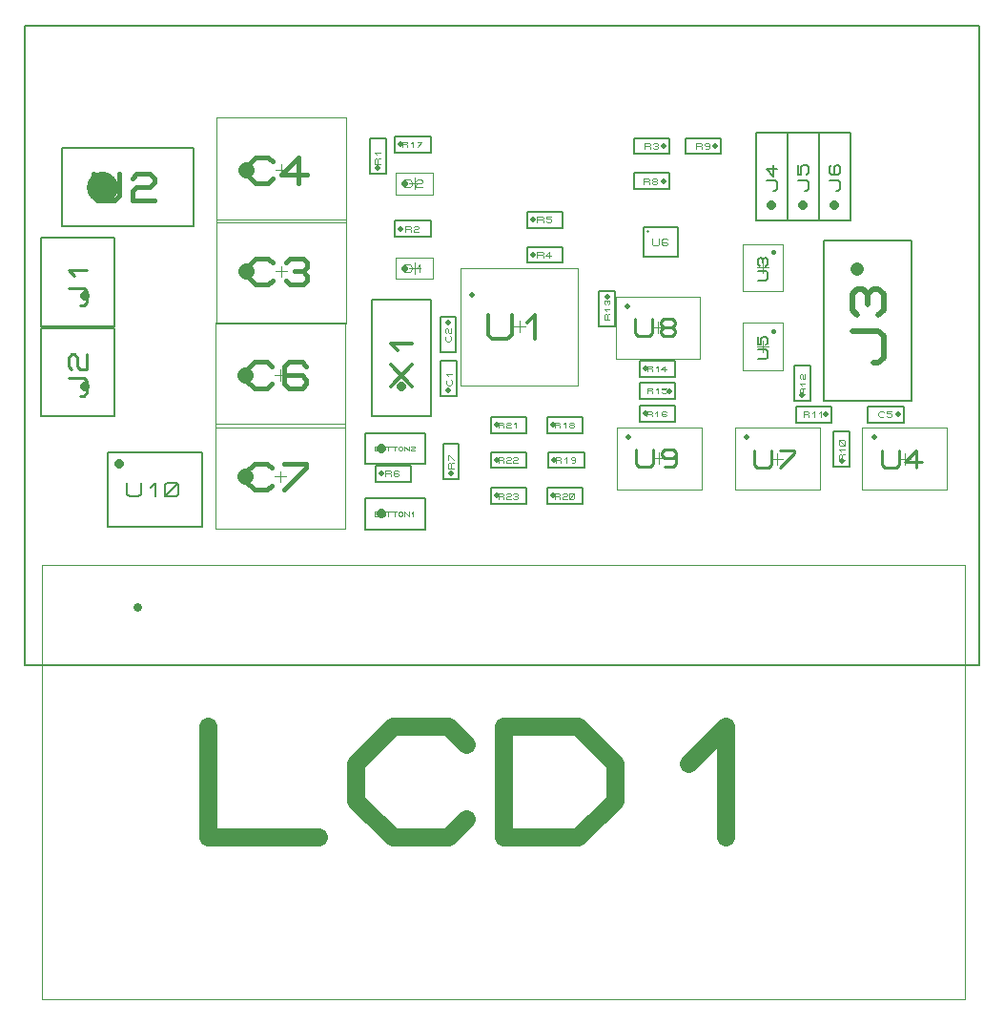
<source format=gbr>
G04 PROTEUS RS274X GERBER FILE*
%FSLAX45Y45*%
%MOMM*%
G01*
%ADD31C,0.203200*%
%ADD62C,2.794000*%
%ADD63C,0.389040*%
%ADD64C,0.050000*%
%ADD65C,1.440180*%
%ADD66C,0.385000*%
%ADD67C,0.508000*%
%ADD68C,0.078740*%
%ADD69C,0.558800*%
%ADD74C,0.111660*%
%ADD75C,0.502920*%
%ADD76C,0.348330*%
%ADD77C,0.085340*%
%ADD78C,0.812800*%
%ADD79C,0.316990*%
%ADD80C,1.219200*%
%ADD81C,0.469390*%
%ADD82C,0.260770*%
%ADD83C,0.164590*%
%ADD84C,0.396240*%
%ADD85C,0.141660*%
%ADD86C,0.548640*%
%ADD87C,0.251660*%
%ADD10C,0.254000*%
%ADD88C,0.100750*%
%ADD89C,0.208280*%
%ADD90C,0.066040*%
%ADD39C,0.100000*%
%ADD91C,0.720000*%
%ADD92C,1.642000*%
D31*
X-9129250Y+3750750D02*
X-7962120Y+3750750D01*
X-7962120Y+4449250D01*
X-9129250Y+4449250D01*
X-9129250Y+3750750D01*
D62*
X-8780000Y+4100000D02*
X-8780000Y+4100000D01*
D63*
X-8856919Y+4216713D02*
X-8856919Y+4022191D01*
X-8818015Y+3983287D01*
X-8662398Y+3983287D01*
X-8623494Y+4022191D01*
X-8623494Y+4216713D01*
X-8506781Y+4177809D02*
X-8467877Y+4216713D01*
X-8351164Y+4216713D01*
X-8312260Y+4177809D01*
X-8312260Y+4138904D01*
X-8351164Y+4100000D01*
X-8467877Y+4100000D01*
X-8506781Y+4061096D01*
X-8506781Y+3983287D01*
X-8312260Y+3983287D01*
D31*
X-9460000Y-140000D02*
X-990000Y-140000D01*
X-990000Y+5530000D01*
X-9460000Y+5530000D01*
X-9460000Y-140000D01*
D64*
X-7760000Y+2885000D02*
X-6610000Y+2885000D01*
X-6610000Y+3815000D01*
X-7760000Y+3815000D01*
X-7760000Y+2885000D01*
X-7185000Y+3400000D02*
X-7185000Y+3300000D01*
X-7135000Y+3350000D02*
X-7235000Y+3350000D01*
D65*
X-7500000Y+3350000D02*
X-7500000Y+3350000D01*
D66*
X-7262000Y+3273000D02*
X-7300500Y+3234500D01*
X-7416000Y+3234500D01*
X-7493000Y+3311500D01*
X-7493000Y+3388500D01*
X-7416000Y+3465500D01*
X-7300500Y+3465500D01*
X-7262000Y+3427000D01*
X-7146500Y+3427000D02*
X-7108000Y+3465500D01*
X-6992500Y+3465500D01*
X-6954000Y+3427000D01*
X-6954000Y+3388500D01*
X-6992500Y+3350000D01*
X-6954000Y+3311500D01*
X-6954000Y+3273000D01*
X-6992500Y+3234500D01*
X-7108000Y+3234500D01*
X-7146500Y+3273000D01*
X-7069500Y+3350000D02*
X-6992500Y+3350000D01*
D64*
X-7760000Y+3785000D02*
X-6610000Y+3785000D01*
X-6610000Y+4715000D01*
X-7760000Y+4715000D01*
X-7760000Y+3785000D01*
X-7185000Y+4300000D02*
X-7185000Y+4200000D01*
X-7135000Y+4250000D02*
X-7235000Y+4250000D01*
D65*
X-7500000Y+4250000D02*
X-7500000Y+4250000D01*
D66*
X-7262000Y+4173000D02*
X-7300500Y+4134500D01*
X-7416000Y+4134500D01*
X-7493000Y+4211500D01*
X-7493000Y+4288500D01*
X-7416000Y+4365500D01*
X-7300500Y+4365500D01*
X-7262000Y+4327000D01*
X-6954000Y+4211500D02*
X-7185000Y+4211500D01*
X-7031000Y+4365500D01*
X-7031000Y+4134500D01*
D31*
X-6174160Y+4406340D02*
X-5859200Y+4406340D01*
X-5859200Y+4548580D01*
X-6174160Y+4548580D01*
X-6174160Y+4406340D01*
D67*
X-6123360Y+4480000D02*
X-6123360Y+4480000D01*
D68*
X-6111168Y+4453838D02*
X-6111168Y+4501082D01*
X-6071798Y+4501082D01*
X-6063924Y+4493208D01*
X-6063924Y+4485334D01*
X-6071798Y+4477460D01*
X-6111168Y+4477460D01*
X-6071798Y+4477460D02*
X-6063924Y+4469586D01*
X-6063924Y+4453838D01*
X-6032428Y+4485334D02*
X-6016680Y+4501082D01*
X-6016680Y+4453838D01*
X-5977310Y+4501082D02*
X-5937940Y+4501082D01*
X-5937940Y+4493208D01*
X-5977310Y+4453838D01*
D64*
X-6165000Y+4035000D02*
X-5835000Y+4035000D01*
X-5835000Y+4225000D01*
X-6165000Y+4225000D01*
X-6165000Y+4035000D01*
X-6000000Y+4180000D02*
X-6000000Y+4080000D01*
X-5950000Y+4130000D02*
X-6050000Y+4130000D01*
D69*
X-6090000Y+4130000D02*
X-6090000Y+4130000D01*
D74*
X-6089332Y+4096500D02*
X-6089332Y+4163499D01*
X-6044666Y+4163499D01*
X-6022333Y+4141166D01*
X-6022333Y+4118833D01*
X-6044666Y+4096500D01*
X-6089332Y+4096500D01*
X-5988834Y+4152333D02*
X-5977667Y+4163499D01*
X-5944168Y+4163499D01*
X-5933001Y+4152333D01*
X-5933001Y+4141166D01*
X-5944168Y+4130000D01*
X-5977667Y+4130000D01*
X-5988834Y+4118833D01*
X-5988834Y+4096500D01*
X-5933001Y+4096500D01*
D64*
X-5590000Y+2340000D02*
X-4550000Y+2340000D01*
X-4550000Y+3380000D01*
X-5590000Y+3380000D01*
X-5590000Y+2340000D01*
X-5070000Y+2910000D02*
X-5070000Y+2810000D01*
X-5020000Y+2860000D02*
X-5120000Y+2860000D01*
D75*
X-5490000Y+3140000D02*
X-5490000Y+3140000D01*
D76*
X-5348666Y+2964500D02*
X-5348666Y+2790333D01*
X-5313833Y+2755500D01*
X-5174500Y+2755500D01*
X-5139667Y+2790333D01*
X-5139667Y+2964500D01*
X-5000334Y+2894833D02*
X-4930667Y+2964500D01*
X-4930667Y+2755500D01*
D31*
X-5773660Y+2635840D02*
X-5631420Y+2635840D01*
X-5631420Y+2950800D01*
X-5773660Y+2950800D01*
X-5773660Y+2635840D01*
D67*
X-5700000Y+2900000D02*
X-5700000Y+2900000D01*
D77*
X-5685471Y+2776251D02*
X-5676936Y+2767716D01*
X-5676936Y+2742113D01*
X-5694005Y+2725045D01*
X-5711074Y+2725045D01*
X-5728143Y+2742113D01*
X-5728143Y+2767716D01*
X-5719608Y+2776251D01*
X-5719608Y+2801854D02*
X-5728143Y+2810388D01*
X-5728143Y+2835991D01*
X-5719608Y+2844526D01*
X-5711074Y+2844526D01*
X-5702540Y+2835991D01*
X-5702540Y+2810388D01*
X-5694005Y+2801854D01*
X-5676936Y+2801854D01*
X-5676936Y+2844526D01*
D31*
X-5768580Y+2245840D02*
X-5626340Y+2245840D01*
X-5626340Y+2560800D01*
X-5768580Y+2560800D01*
X-5768580Y+2245840D01*
D67*
X-5700000Y+2296640D02*
X-5700000Y+2296640D01*
D77*
X-5680391Y+2386251D02*
X-5671856Y+2377716D01*
X-5671856Y+2352113D01*
X-5688925Y+2335045D01*
X-5705994Y+2335045D01*
X-5723063Y+2352113D01*
X-5723063Y+2377716D01*
X-5714528Y+2386251D01*
X-5705994Y+2420388D02*
X-5723063Y+2437457D01*
X-5671856Y+2437457D01*
D31*
X-6384160Y+2065840D02*
X-5855840Y+2065840D01*
X-5855840Y+3102160D01*
X-6384160Y+3102160D01*
X-6384160Y+2065840D01*
D78*
X-6120000Y+2330000D02*
X-6120000Y+2330000D01*
D79*
X-6215097Y+2330407D02*
X-6024902Y+2520601D01*
X-6024902Y+2330407D02*
X-6215097Y+2520601D01*
X-6151699Y+2647398D02*
X-6215097Y+2710796D01*
X-6024902Y+2710796D01*
D31*
X-2367180Y+2206620D02*
X-1584860Y+2206620D01*
X-1584860Y+3623940D01*
X-2367180Y+3623940D01*
X-2367180Y+2206620D01*
D80*
X-2070000Y+3372480D02*
X-2070000Y+3372480D01*
D81*
X-1929080Y+2539767D02*
X-1882141Y+2539767D01*
X-1835202Y+2586706D01*
X-1835202Y+2774462D01*
X-1882141Y+2821401D01*
X-2116837Y+2821401D01*
X-2069898Y+2962219D02*
X-2116837Y+3009158D01*
X-2116837Y+3149975D01*
X-2069898Y+3196914D01*
X-2022959Y+3196914D01*
X-1976020Y+3149975D01*
X-1929080Y+3196914D01*
X-1882141Y+3196914D01*
X-1835202Y+3149975D01*
X-1835202Y+3009158D01*
X-1882141Y+2962219D01*
X-1976020Y+3056097D02*
X-1976020Y+3149975D01*
D31*
X-9321160Y+2865840D02*
X-8665840Y+2865840D01*
X-8665840Y+3648160D01*
X-9321160Y+3648160D01*
X-9321160Y+2865840D01*
D78*
X-8930000Y+3130000D02*
X-8930000Y+3130000D01*
D82*
X-8967423Y+3048382D02*
X-8941345Y+3048382D01*
X-8915268Y+3074459D01*
X-8915268Y+3178768D01*
X-8941345Y+3204845D01*
X-9071732Y+3204845D01*
X-9019577Y+3309154D02*
X-9071732Y+3361309D01*
X-8915268Y+3361309D01*
D31*
X-9321160Y+2065840D02*
X-8665840Y+2065840D01*
X-8665840Y+2848160D01*
X-9321160Y+2848160D01*
X-9321160Y+2065840D01*
D78*
X-8930000Y+2330000D02*
X-8930000Y+2330000D01*
D82*
X-8967423Y+2248382D02*
X-8941345Y+2248382D01*
X-8915268Y+2274459D01*
X-8915268Y+2378768D01*
X-8941345Y+2404845D01*
X-9071732Y+2404845D01*
X-9045655Y+2483077D02*
X-9071732Y+2509154D01*
X-9071732Y+2587386D01*
X-9045655Y+2613463D01*
X-9019577Y+2613463D01*
X-8993500Y+2587386D01*
X-8993500Y+2509154D01*
X-8967423Y+2483077D01*
X-8915268Y+2483077D01*
X-8915268Y+2613463D01*
D31*
X-2967160Y+3802840D02*
X-2692840Y+3802840D01*
X-2692840Y+4585160D01*
X-2967160Y+4585160D01*
X-2967160Y+3802840D01*
D78*
X-2830000Y+3940000D02*
X-2830000Y+3940000D01*
D83*
X-2813540Y+4062327D02*
X-2797081Y+4062327D01*
X-2780622Y+4078786D01*
X-2780622Y+4144622D01*
X-2797081Y+4161081D01*
X-2879377Y+4161081D01*
X-2813540Y+4292754D02*
X-2813540Y+4194000D01*
X-2879377Y+4259836D01*
X-2780622Y+4259836D01*
D31*
X-2687160Y+3802840D02*
X-2412840Y+3802840D01*
X-2412840Y+4585160D01*
X-2687160Y+4585160D01*
X-2687160Y+3802840D01*
D78*
X-2550000Y+3940000D02*
X-2550000Y+3940000D01*
D83*
X-2533540Y+4062327D02*
X-2517081Y+4062327D01*
X-2500622Y+4078786D01*
X-2500622Y+4144622D01*
X-2517081Y+4161081D01*
X-2599377Y+4161081D01*
X-2599377Y+4292754D02*
X-2599377Y+4210459D01*
X-2566459Y+4210459D01*
X-2566459Y+4276295D01*
X-2550000Y+4292754D01*
X-2517081Y+4292754D01*
X-2500622Y+4276295D01*
X-2500622Y+4226918D01*
X-2517081Y+4210459D01*
D31*
X-2407160Y+3802840D02*
X-2132840Y+3802840D01*
X-2132840Y+4585160D01*
X-2407160Y+4585160D01*
X-2407160Y+3802840D01*
D78*
X-2270000Y+3940000D02*
X-2270000Y+3940000D01*
D83*
X-2253540Y+4062327D02*
X-2237081Y+4062327D01*
X-2220622Y+4078786D01*
X-2220622Y+4144622D01*
X-2237081Y+4161081D01*
X-2319377Y+4161081D01*
X-2302918Y+4292754D02*
X-2319377Y+4276295D01*
X-2319377Y+4226918D01*
X-2302918Y+4210459D01*
X-2237081Y+4210459D01*
X-2220622Y+4226918D01*
X-2220622Y+4276295D01*
X-2237081Y+4292754D01*
X-2253540Y+4292754D01*
X-2270000Y+4276295D01*
X-2270000Y+4210459D01*
D64*
X-3090000Y+2895000D02*
X-3090000Y+2475000D01*
X-2730000Y+2475000D01*
X-2730000Y+2895000D01*
X-3090000Y+2895000D01*
X-2860000Y+2685000D02*
X-2960000Y+2685000D01*
X-2910000Y+2635000D02*
X-2910000Y+2735000D01*
D84*
X-2815000Y+2820000D02*
X-2815000Y+2820000D01*
D85*
X-2952499Y+2571668D02*
X-2881666Y+2571668D01*
X-2867500Y+2585834D01*
X-2867500Y+2642500D01*
X-2881666Y+2656667D01*
X-2952499Y+2656667D01*
X-2952499Y+2769999D02*
X-2952499Y+2699166D01*
X-2924166Y+2699166D01*
X-2924166Y+2755832D01*
X-2910000Y+2769999D01*
X-2881666Y+2769999D01*
X-2867500Y+2755832D01*
X-2867500Y+2713333D01*
X-2881666Y+2699166D01*
D64*
X-3090000Y+3595000D02*
X-3090000Y+3175000D01*
X-2730000Y+3175000D01*
X-2730000Y+3595000D01*
X-3090000Y+3595000D01*
X-2860000Y+3385000D02*
X-2960000Y+3385000D01*
X-2910000Y+3335000D02*
X-2910000Y+3435000D01*
D84*
X-2815000Y+3520000D02*
X-2815000Y+3520000D01*
D85*
X-2952499Y+3271668D02*
X-2881666Y+3271668D01*
X-2867500Y+3285834D01*
X-2867500Y+3342500D01*
X-2881666Y+3356667D01*
X-2952499Y+3356667D01*
X-2938333Y+3399166D02*
X-2952499Y+3413333D01*
X-2952499Y+3455832D01*
X-2938333Y+3469999D01*
X-2924166Y+3469999D01*
X-2910000Y+3455832D01*
X-2895833Y+3469999D01*
X-2881666Y+3469999D01*
X-2867500Y+3455832D01*
X-2867500Y+3413333D01*
X-2881666Y+3399166D01*
X-2910000Y+3427499D02*
X-2910000Y+3455832D01*
D64*
X-3155000Y+1411500D02*
X-2405000Y+1411500D01*
X-2405000Y+1961500D01*
X-3155000Y+1961500D01*
X-3155000Y+1411500D01*
X-2780000Y+1736500D02*
X-2780000Y+1636500D01*
X-2730000Y+1686500D02*
X-2830000Y+1686500D01*
D86*
X-3050000Y+1877000D02*
X-3050000Y+1877000D01*
D87*
X-2981332Y+1761999D02*
X-2981332Y+1636166D01*
X-2956166Y+1611000D01*
X-2855500Y+1611000D01*
X-2830333Y+1636166D01*
X-2830333Y+1761999D01*
X-2754834Y+1761999D02*
X-2629001Y+1761999D01*
X-2629001Y+1736833D01*
X-2754834Y+1611000D01*
D64*
X-2025000Y+1411500D02*
X-1275000Y+1411500D01*
X-1275000Y+1961500D01*
X-2025000Y+1961500D01*
X-2025000Y+1411500D01*
X-1650000Y+1736500D02*
X-1650000Y+1636500D01*
X-1600000Y+1686500D02*
X-1700000Y+1686500D01*
D86*
X-1920000Y+1877000D02*
X-1920000Y+1877000D01*
D87*
X-1851332Y+1761999D02*
X-1851332Y+1636166D01*
X-1826166Y+1611000D01*
X-1725500Y+1611000D01*
X-1700333Y+1636166D01*
X-1700333Y+1761999D01*
X-1499001Y+1661333D02*
X-1650000Y+1661333D01*
X-1549334Y+1761999D01*
X-1549334Y+1611000D01*
D64*
X-4205000Y+1418500D02*
X-3455000Y+1418500D01*
X-3455000Y+1968500D01*
X-4205000Y+1968500D01*
X-4205000Y+1418500D01*
X-3830000Y+1743500D02*
X-3830000Y+1643500D01*
X-3780000Y+1693500D02*
X-3880000Y+1693500D01*
D86*
X-4100000Y+1884000D02*
X-4100000Y+1884000D01*
D87*
X-4031332Y+1768999D02*
X-4031332Y+1643166D01*
X-4006166Y+1618000D01*
X-3905500Y+1618000D01*
X-3880333Y+1643166D01*
X-3880333Y+1768999D01*
X-3679001Y+1718666D02*
X-3704168Y+1693500D01*
X-3779667Y+1693500D01*
X-3804834Y+1718666D01*
X-3804834Y+1743833D01*
X-3779667Y+1768999D01*
X-3704168Y+1768999D01*
X-3679001Y+1743833D01*
X-3679001Y+1643166D01*
X-3704168Y+1618000D01*
X-3779667Y+1618000D01*
D64*
X-4215000Y+2578500D02*
X-3465000Y+2578500D01*
X-3465000Y+3128500D01*
X-4215000Y+3128500D01*
X-4215000Y+2578500D01*
X-3840000Y+2903500D02*
X-3840000Y+2803500D01*
X-3790000Y+2853500D02*
X-3890000Y+2853500D01*
D86*
X-4110000Y+3044000D02*
X-4110000Y+3044000D01*
D87*
X-4041332Y+2928999D02*
X-4041332Y+2803166D01*
X-4016166Y+2778000D01*
X-3915500Y+2778000D01*
X-3890333Y+2803166D01*
X-3890333Y+2928999D01*
X-3789667Y+2853500D02*
X-3814834Y+2878666D01*
X-3814834Y+2903833D01*
X-3789667Y+2928999D01*
X-3714168Y+2928999D01*
X-3689001Y+2903833D01*
X-3689001Y+2878666D01*
X-3714168Y+2853500D01*
X-3789667Y+2853500D01*
X-3814834Y+2828333D01*
X-3814834Y+2803166D01*
X-3789667Y+2778000D01*
X-3714168Y+2778000D01*
X-3689001Y+2803166D01*
X-3689001Y+2828333D01*
X-3714168Y+2853500D01*
D31*
X-1974160Y+2011420D02*
X-1659200Y+2011420D01*
X-1659200Y+2153660D01*
X-1974160Y+2153660D01*
X-1974160Y+2011420D01*
D67*
X-1710000Y+2080000D02*
X-1710000Y+2080000D01*
D77*
X-1833749Y+2065471D02*
X-1842284Y+2056936D01*
X-1867887Y+2056936D01*
X-1884955Y+2074005D01*
X-1884955Y+2091074D01*
X-1867887Y+2108143D01*
X-1842284Y+2108143D01*
X-1833749Y+2099608D01*
X-1765474Y+2108143D02*
X-1808146Y+2108143D01*
X-1808146Y+2091074D01*
X-1774009Y+2091074D01*
X-1765474Y+2082540D01*
X-1765474Y+2065471D01*
X-1774009Y+2056936D01*
X-1799612Y+2056936D01*
X-1808146Y+2065471D01*
D31*
X-2278580Y+1615840D02*
X-2136340Y+1615840D01*
X-2136340Y+1930800D01*
X-2278580Y+1930800D01*
X-2278580Y+1615840D01*
D67*
X-2210000Y+1666640D02*
X-2210000Y+1666640D01*
D68*
X-2183838Y+1678832D02*
X-2231082Y+1678832D01*
X-2231082Y+1718202D01*
X-2223208Y+1726076D01*
X-2215334Y+1726076D01*
X-2207460Y+1718202D01*
X-2207460Y+1678832D01*
X-2207460Y+1718202D02*
X-2199586Y+1726076D01*
X-2183838Y+1726076D01*
X-2215334Y+1757572D02*
X-2231082Y+1773320D01*
X-2183838Y+1773320D01*
X-2191712Y+1804816D02*
X-2223208Y+1804816D01*
X-2231082Y+1812690D01*
X-2231082Y+1844186D01*
X-2223208Y+1852060D01*
X-2191712Y+1852060D01*
X-2183838Y+1844186D01*
X-2183838Y+1812690D01*
X-2191712Y+1804816D01*
X-2183838Y+1804816D02*
X-2231082Y+1852060D01*
D31*
X-3963670Y+3481160D02*
X-3661410Y+3481160D01*
X-3661410Y+3742580D01*
X-3963670Y+3742580D01*
X-3963670Y+3481160D01*
D10*
X-3931920Y+3706520D02*
X-3931920Y+3706520D01*
D88*
X-3893142Y+3642096D02*
X-3893142Y+3591719D01*
X-3883067Y+3581644D01*
X-3842766Y+3581644D01*
X-3832691Y+3591719D01*
X-3832691Y+3642096D01*
X-3752089Y+3632021D02*
X-3762164Y+3642096D01*
X-3792390Y+3642096D01*
X-3802465Y+3632021D01*
X-3802465Y+3591719D01*
X-3792390Y+3581644D01*
X-3762164Y+3581644D01*
X-3752089Y+3591719D01*
X-3752089Y+3601795D01*
X-3762164Y+3611870D01*
X-3802465Y+3611870D01*
D31*
X-8721600Y+1084880D02*
X-7888480Y+1084880D01*
X-7888480Y+1745280D01*
X-8721600Y+1745280D01*
X-8721600Y+1084880D01*
D78*
X-8620000Y+1641140D02*
X-8620000Y+1641140D01*
D89*
X-8554976Y+1477564D02*
X-8554976Y+1373424D01*
X-8534148Y+1352596D01*
X-8450836Y+1352596D01*
X-8430008Y+1373424D01*
X-8430008Y+1477564D01*
X-8346696Y+1435908D02*
X-8305040Y+1477564D01*
X-8305040Y+1352596D01*
X-8221728Y+1373424D02*
X-8221728Y+1456736D01*
X-8200900Y+1477564D01*
X-8117588Y+1477564D01*
X-8096760Y+1456736D01*
X-8096760Y+1373424D01*
X-8117588Y+1352596D01*
X-8200900Y+1352596D01*
X-8221728Y+1373424D01*
X-8221728Y+1352596D02*
X-8096760Y+1477564D01*
D64*
X-7770000Y+1965000D02*
X-6620000Y+1965000D01*
X-6620000Y+2895000D01*
X-7770000Y+2895000D01*
X-7770000Y+1965000D01*
X-7195000Y+2480000D02*
X-7195000Y+2380000D01*
X-7145000Y+2430000D02*
X-7245000Y+2430000D01*
D65*
X-7510000Y+2430000D02*
X-7510000Y+2430000D01*
D66*
X-7272000Y+2353000D02*
X-7310500Y+2314500D01*
X-7426000Y+2314500D01*
X-7503000Y+2391500D01*
X-7503000Y+2468500D01*
X-7426000Y+2545500D01*
X-7310500Y+2545500D01*
X-7272000Y+2507000D01*
X-6964000Y+2507000D02*
X-7002500Y+2545500D01*
X-7118000Y+2545500D01*
X-7156500Y+2507000D01*
X-7156500Y+2353000D01*
X-7118000Y+2314500D01*
X-7002500Y+2314500D01*
X-6964000Y+2353000D01*
X-6964000Y+2391500D01*
X-7002500Y+2430000D01*
X-7156500Y+2430000D01*
D64*
X-7770000Y+1065000D02*
X-6620000Y+1065000D01*
X-6620000Y+1995000D01*
X-7770000Y+1995000D01*
X-7770000Y+1065000D01*
X-7195000Y+1580000D02*
X-7195000Y+1480000D01*
X-7145000Y+1530000D02*
X-7245000Y+1530000D01*
D65*
X-7510000Y+1530000D02*
X-7510000Y+1530000D01*
D66*
X-7272000Y+1453000D02*
X-7310500Y+1414500D01*
X-7426000Y+1414500D01*
X-7503000Y+1491500D01*
X-7503000Y+1568500D01*
X-7426000Y+1645500D01*
X-7310500Y+1645500D01*
X-7272000Y+1607000D01*
X-7156500Y+1645500D02*
X-6964000Y+1645500D01*
X-6964000Y+1607000D01*
X-7156500Y+1414500D01*
D64*
X-6165000Y+3285000D02*
X-5835000Y+3285000D01*
X-5835000Y+3475000D01*
X-6165000Y+3475000D01*
X-6165000Y+3285000D01*
X-6000000Y+3430000D02*
X-6000000Y+3330000D01*
X-5950000Y+3380000D02*
X-6050000Y+3380000D01*
D69*
X-6090000Y+3380000D02*
X-6090000Y+3380000D01*
D74*
X-6089332Y+3346500D02*
X-6089332Y+3413499D01*
X-6044666Y+3413499D01*
X-6022333Y+3391166D01*
X-6022333Y+3368833D01*
X-6044666Y+3346500D01*
X-6089332Y+3346500D01*
X-5977667Y+3391166D02*
X-5955334Y+3413499D01*
X-5955334Y+3346500D01*
D31*
X-6174160Y+3656340D02*
X-5859200Y+3656340D01*
X-5859200Y+3798580D01*
X-6174160Y+3798580D01*
X-6174160Y+3656340D01*
D67*
X-6123360Y+3730000D02*
X-6123360Y+3730000D01*
D77*
X-6084955Y+3701856D02*
X-6084955Y+3753063D01*
X-6042284Y+3753063D01*
X-6033749Y+3744528D01*
X-6033749Y+3735994D01*
X-6042284Y+3727460D01*
X-6084955Y+3727460D01*
X-6042284Y+3727460D02*
X-6033749Y+3718925D01*
X-6033749Y+3701856D01*
X-6008146Y+3744528D02*
X-5999612Y+3753063D01*
X-5974009Y+3753063D01*
X-5965474Y+3744528D01*
X-5965474Y+3735994D01*
X-5974009Y+3727460D01*
X-5999612Y+3727460D01*
X-6008146Y+3718925D01*
X-6008146Y+3701856D01*
X-5965474Y+3701856D01*
D31*
X-2610800Y+2011420D02*
X-2295840Y+2011420D01*
X-2295840Y+2153660D01*
X-2610800Y+2153660D01*
X-2610800Y+2011420D01*
D67*
X-2346640Y+2080000D02*
X-2346640Y+2080000D01*
D68*
X-2547808Y+2058918D02*
X-2547808Y+2106162D01*
X-2508438Y+2106162D01*
X-2500564Y+2098288D01*
X-2500564Y+2090414D01*
X-2508438Y+2082540D01*
X-2547808Y+2082540D01*
X-2508438Y+2082540D02*
X-2500564Y+2074666D01*
X-2500564Y+2058918D01*
X-2469068Y+2090414D02*
X-2453320Y+2106162D01*
X-2453320Y+2058918D01*
X-2406076Y+2090414D02*
X-2390328Y+2106162D01*
X-2390328Y+2058918D01*
D31*
X-2628580Y+2199200D02*
X-2486340Y+2199200D01*
X-2486340Y+2514160D01*
X-2628580Y+2514160D01*
X-2628580Y+2199200D01*
D67*
X-2560000Y+2250000D02*
X-2560000Y+2250000D01*
D68*
X-2533838Y+2262192D02*
X-2581082Y+2262192D01*
X-2581082Y+2301562D01*
X-2573208Y+2309436D01*
X-2565334Y+2309436D01*
X-2557460Y+2301562D01*
X-2557460Y+2262192D01*
X-2557460Y+2301562D02*
X-2549586Y+2309436D01*
X-2533838Y+2309436D01*
X-2565334Y+2340932D02*
X-2581082Y+2356680D01*
X-2533838Y+2356680D01*
X-2573208Y+2396050D02*
X-2581082Y+2403924D01*
X-2581082Y+2427546D01*
X-2573208Y+2435420D01*
X-2565334Y+2435420D01*
X-2557460Y+2427546D01*
X-2557460Y+2403924D01*
X-2549586Y+2396050D01*
X-2533838Y+2396050D01*
X-2533838Y+2435420D01*
D31*
X-4363660Y+2859200D02*
X-4221420Y+2859200D01*
X-4221420Y+3174160D01*
X-4363660Y+3174160D01*
X-4363660Y+2859200D01*
D67*
X-4290000Y+3123360D02*
X-4290000Y+3123360D01*
D68*
X-4268918Y+2922192D02*
X-4316162Y+2922192D01*
X-4316162Y+2961562D01*
X-4308288Y+2969436D01*
X-4300414Y+2969436D01*
X-4292540Y+2961562D01*
X-4292540Y+2922192D01*
X-4292540Y+2961562D02*
X-4284666Y+2969436D01*
X-4268918Y+2969436D01*
X-4300414Y+3000932D02*
X-4316162Y+3016680D01*
X-4268918Y+3016680D01*
X-4308288Y+3056050D02*
X-4316162Y+3063924D01*
X-4316162Y+3087546D01*
X-4308288Y+3095420D01*
X-4300414Y+3095420D01*
X-4292540Y+3087546D01*
X-4284666Y+3095420D01*
X-4276792Y+3095420D01*
X-4268918Y+3087546D01*
X-4268918Y+3063924D01*
X-4276792Y+3056050D01*
X-4292540Y+3071798D02*
X-4292540Y+3087546D01*
D31*
X-4000800Y+2416340D02*
X-3685840Y+2416340D01*
X-3685840Y+2558580D01*
X-4000800Y+2558580D01*
X-4000800Y+2416340D01*
D67*
X-3950000Y+2490000D02*
X-3950000Y+2490000D01*
D68*
X-3937808Y+2463838D02*
X-3937808Y+2511082D01*
X-3898438Y+2511082D01*
X-3890564Y+2503208D01*
X-3890564Y+2495334D01*
X-3898438Y+2487460D01*
X-3937808Y+2487460D01*
X-3898438Y+2487460D02*
X-3890564Y+2479586D01*
X-3890564Y+2463838D01*
X-3859068Y+2495334D02*
X-3843320Y+2511082D01*
X-3843320Y+2463838D01*
X-3764580Y+2479586D02*
X-3811824Y+2479586D01*
X-3780328Y+2511082D01*
X-3780328Y+2463838D01*
D31*
X-4000800Y+2221420D02*
X-3685840Y+2221420D01*
X-3685840Y+2363660D01*
X-4000800Y+2363660D01*
X-4000800Y+2221420D01*
D67*
X-3736640Y+2290000D02*
X-3736640Y+2290000D01*
D68*
X-3937808Y+2268918D02*
X-3937808Y+2316162D01*
X-3898438Y+2316162D01*
X-3890564Y+2308288D01*
X-3890564Y+2300414D01*
X-3898438Y+2292540D01*
X-3937808Y+2292540D01*
X-3898438Y+2292540D02*
X-3890564Y+2284666D01*
X-3890564Y+2268918D01*
X-3859068Y+2300414D02*
X-3843320Y+2316162D01*
X-3843320Y+2268918D01*
X-3764580Y+2316162D02*
X-3803950Y+2316162D01*
X-3803950Y+2300414D01*
X-3772454Y+2300414D01*
X-3764580Y+2292540D01*
X-3764580Y+2276792D01*
X-3772454Y+2268918D01*
X-3796076Y+2268918D01*
X-3803950Y+2276792D01*
D31*
X-4004160Y+2016340D02*
X-3689200Y+2016340D01*
X-3689200Y+2158580D01*
X-4004160Y+2158580D01*
X-4004160Y+2016340D01*
D67*
X-3953360Y+2090000D02*
X-3953360Y+2090000D01*
D68*
X-3941168Y+2063838D02*
X-3941168Y+2111082D01*
X-3901798Y+2111082D01*
X-3893924Y+2103208D01*
X-3893924Y+2095334D01*
X-3901798Y+2087460D01*
X-3941168Y+2087460D01*
X-3901798Y+2087460D02*
X-3893924Y+2079586D01*
X-3893924Y+2063838D01*
X-3862428Y+2095334D02*
X-3846680Y+2111082D01*
X-3846680Y+2063838D01*
X-3767940Y+2103208D02*
X-3775814Y+2111082D01*
X-3799436Y+2111082D01*
X-3807310Y+2103208D01*
X-3807310Y+2071712D01*
X-3799436Y+2063838D01*
X-3775814Y+2063838D01*
X-3767940Y+2071712D01*
X-3767940Y+2079586D01*
X-3775814Y+2087460D01*
X-3807310Y+2087460D01*
D31*
X-4820800Y+1916340D02*
X-4505840Y+1916340D01*
X-4505840Y+2058580D01*
X-4820800Y+2058580D01*
X-4820800Y+1916340D01*
D67*
X-4770000Y+1990000D02*
X-4770000Y+1990000D01*
D68*
X-4757808Y+1963838D02*
X-4757808Y+2011082D01*
X-4718438Y+2011082D01*
X-4710564Y+2003208D01*
X-4710564Y+1995334D01*
X-4718438Y+1987460D01*
X-4757808Y+1987460D01*
X-4718438Y+1987460D02*
X-4710564Y+1979586D01*
X-4710564Y+1963838D01*
X-4679068Y+1995334D02*
X-4663320Y+2011082D01*
X-4663320Y+1963838D01*
X-4616076Y+1987460D02*
X-4623950Y+1995334D01*
X-4623950Y+2003208D01*
X-4616076Y+2011082D01*
X-4592454Y+2011082D01*
X-4584580Y+2003208D01*
X-4584580Y+1995334D01*
X-4592454Y+1987460D01*
X-4616076Y+1987460D01*
X-4623950Y+1979586D01*
X-4623950Y+1971712D01*
X-4616076Y+1963838D01*
X-4592454Y+1963838D01*
X-4584580Y+1971712D01*
X-4584580Y+1979586D01*
X-4592454Y+1987460D01*
D31*
X-4810800Y+1606340D02*
X-4495840Y+1606340D01*
X-4495840Y+1748580D01*
X-4810800Y+1748580D01*
X-4810800Y+1606340D01*
D67*
X-4760000Y+1680000D02*
X-4760000Y+1680000D01*
D68*
X-4747808Y+1653838D02*
X-4747808Y+1701082D01*
X-4708438Y+1701082D01*
X-4700564Y+1693208D01*
X-4700564Y+1685334D01*
X-4708438Y+1677460D01*
X-4747808Y+1677460D01*
X-4708438Y+1677460D02*
X-4700564Y+1669586D01*
X-4700564Y+1653838D01*
X-4669068Y+1685334D02*
X-4653320Y+1701082D01*
X-4653320Y+1653838D01*
X-4574580Y+1685334D02*
X-4582454Y+1677460D01*
X-4606076Y+1677460D01*
X-4613950Y+1685334D01*
X-4613950Y+1693208D01*
X-4606076Y+1701082D01*
X-4582454Y+1701082D01*
X-4574580Y+1693208D01*
X-4574580Y+1661712D01*
X-4582454Y+1653838D01*
X-4606076Y+1653838D01*
D31*
X-4820800Y+1286340D02*
X-4505840Y+1286340D01*
X-4505840Y+1428580D01*
X-4820800Y+1428580D01*
X-4820800Y+1286340D01*
D67*
X-4770000Y+1360000D02*
X-4770000Y+1360000D01*
D68*
X-4757808Y+1333838D02*
X-4757808Y+1381082D01*
X-4718438Y+1381082D01*
X-4710564Y+1373208D01*
X-4710564Y+1365334D01*
X-4718438Y+1357460D01*
X-4757808Y+1357460D01*
X-4718438Y+1357460D02*
X-4710564Y+1349586D01*
X-4710564Y+1333838D01*
X-4686942Y+1373208D02*
X-4679068Y+1381082D01*
X-4655446Y+1381082D01*
X-4647572Y+1373208D01*
X-4647572Y+1365334D01*
X-4655446Y+1357460D01*
X-4679068Y+1357460D01*
X-4686942Y+1349586D01*
X-4686942Y+1333838D01*
X-4647572Y+1333838D01*
X-4631824Y+1341712D02*
X-4631824Y+1373208D01*
X-4623950Y+1381082D01*
X-4592454Y+1381082D01*
X-4584580Y+1373208D01*
X-4584580Y+1341712D01*
X-4592454Y+1333838D01*
X-4623950Y+1333838D01*
X-4631824Y+1341712D01*
X-4631824Y+1333838D02*
X-4584580Y+1381082D01*
D31*
X-5320800Y+1916340D02*
X-5005840Y+1916340D01*
X-5005840Y+2058580D01*
X-5320800Y+2058580D01*
X-5320800Y+1916340D01*
D67*
X-5270000Y+1990000D02*
X-5270000Y+1990000D01*
D68*
X-5257808Y+1963838D02*
X-5257808Y+2011082D01*
X-5218438Y+2011082D01*
X-5210564Y+2003208D01*
X-5210564Y+1995334D01*
X-5218438Y+1987460D01*
X-5257808Y+1987460D01*
X-5218438Y+1987460D02*
X-5210564Y+1979586D01*
X-5210564Y+1963838D01*
X-5186942Y+2003208D02*
X-5179068Y+2011082D01*
X-5155446Y+2011082D01*
X-5147572Y+2003208D01*
X-5147572Y+1995334D01*
X-5155446Y+1987460D01*
X-5179068Y+1987460D01*
X-5186942Y+1979586D01*
X-5186942Y+1963838D01*
X-5147572Y+1963838D01*
X-5116076Y+1995334D02*
X-5100328Y+2011082D01*
X-5100328Y+1963838D01*
D31*
X-5320800Y+1606340D02*
X-5005840Y+1606340D01*
X-5005840Y+1748580D01*
X-5320800Y+1748580D01*
X-5320800Y+1606340D01*
D67*
X-5270000Y+1680000D02*
X-5270000Y+1680000D01*
D68*
X-5257808Y+1653838D02*
X-5257808Y+1701082D01*
X-5218438Y+1701082D01*
X-5210564Y+1693208D01*
X-5210564Y+1685334D01*
X-5218438Y+1677460D01*
X-5257808Y+1677460D01*
X-5218438Y+1677460D02*
X-5210564Y+1669586D01*
X-5210564Y+1653838D01*
X-5186942Y+1693208D02*
X-5179068Y+1701082D01*
X-5155446Y+1701082D01*
X-5147572Y+1693208D01*
X-5147572Y+1685334D01*
X-5155446Y+1677460D01*
X-5179068Y+1677460D01*
X-5186942Y+1669586D01*
X-5186942Y+1653838D01*
X-5147572Y+1653838D01*
X-5123950Y+1693208D02*
X-5116076Y+1701082D01*
X-5092454Y+1701082D01*
X-5084580Y+1693208D01*
X-5084580Y+1685334D01*
X-5092454Y+1677460D01*
X-5116076Y+1677460D01*
X-5123950Y+1669586D01*
X-5123950Y+1653838D01*
X-5084580Y+1653838D01*
D31*
X-5320800Y+1286340D02*
X-5005840Y+1286340D01*
X-5005840Y+1428580D01*
X-5320800Y+1428580D01*
X-5320800Y+1286340D01*
D67*
X-5270000Y+1360000D02*
X-5270000Y+1360000D01*
D68*
X-5257808Y+1333838D02*
X-5257808Y+1381082D01*
X-5218438Y+1381082D01*
X-5210564Y+1373208D01*
X-5210564Y+1365334D01*
X-5218438Y+1357460D01*
X-5257808Y+1357460D01*
X-5218438Y+1357460D02*
X-5210564Y+1349586D01*
X-5210564Y+1333838D01*
X-5186942Y+1373208D02*
X-5179068Y+1381082D01*
X-5155446Y+1381082D01*
X-5147572Y+1373208D01*
X-5147572Y+1365334D01*
X-5155446Y+1357460D01*
X-5179068Y+1357460D01*
X-5186942Y+1349586D01*
X-5186942Y+1333838D01*
X-5147572Y+1333838D01*
X-5123950Y+1373208D02*
X-5116076Y+1381082D01*
X-5092454Y+1381082D01*
X-5084580Y+1373208D01*
X-5084580Y+1365334D01*
X-5092454Y+1357460D01*
X-5084580Y+1349586D01*
X-5084580Y+1341712D01*
X-5092454Y+1333838D01*
X-5116076Y+1333838D01*
X-5123950Y+1341712D01*
X-5108202Y+1357460D02*
X-5092454Y+1357460D01*
D31*
X-6398580Y+4215840D02*
X-6256340Y+4215840D01*
X-6256340Y+4530800D01*
X-6398580Y+4530800D01*
X-6398580Y+4215840D01*
D67*
X-6330000Y+4266640D02*
X-6330000Y+4266640D01*
D77*
X-6301856Y+4305045D02*
X-6353063Y+4305045D01*
X-6353063Y+4347716D01*
X-6344528Y+4356251D01*
X-6335994Y+4356251D01*
X-6327460Y+4347716D01*
X-6327460Y+4305045D01*
X-6327460Y+4347716D02*
X-6318925Y+4356251D01*
X-6301856Y+4356251D01*
X-6335994Y+4390388D02*
X-6353063Y+4407457D01*
X-6301856Y+4407457D01*
D31*
X-4050800Y+4391420D02*
X-3735840Y+4391420D01*
X-3735840Y+4533660D01*
X-4050800Y+4533660D01*
X-4050800Y+4391420D01*
D67*
X-3786640Y+4460000D02*
X-3786640Y+4460000D01*
D77*
X-3961595Y+4436936D02*
X-3961595Y+4488143D01*
X-3918924Y+4488143D01*
X-3910389Y+4479608D01*
X-3910389Y+4471074D01*
X-3918924Y+4462540D01*
X-3961595Y+4462540D01*
X-3918924Y+4462540D02*
X-3910389Y+4454005D01*
X-3910389Y+4436936D01*
X-3884786Y+4479608D02*
X-3876252Y+4488143D01*
X-3850649Y+4488143D01*
X-3842114Y+4479608D01*
X-3842114Y+4471074D01*
X-3850649Y+4462540D01*
X-3842114Y+4454005D01*
X-3842114Y+4445471D01*
X-3850649Y+4436936D01*
X-3876252Y+4436936D01*
X-3884786Y+4445471D01*
X-3867717Y+4462540D02*
X-3850649Y+4462540D01*
D31*
X-3594160Y+4391420D02*
X-3279200Y+4391420D01*
X-3279200Y+4533660D01*
X-3594160Y+4533660D01*
X-3594160Y+4391420D01*
D67*
X-3330000Y+4460000D02*
X-3330000Y+4460000D01*
D77*
X-3504955Y+4436936D02*
X-3504955Y+4488143D01*
X-3462284Y+4488143D01*
X-3453749Y+4479608D01*
X-3453749Y+4471074D01*
X-3462284Y+4462540D01*
X-3504955Y+4462540D01*
X-3462284Y+4462540D02*
X-3453749Y+4454005D01*
X-3453749Y+4436936D01*
X-3385474Y+4471074D02*
X-3394009Y+4462540D01*
X-3419612Y+4462540D01*
X-3428146Y+4471074D01*
X-3428146Y+4479608D01*
X-3419612Y+4488143D01*
X-3394009Y+4488143D01*
X-3385474Y+4479608D01*
X-3385474Y+4445471D01*
X-3394009Y+4436936D01*
X-3419612Y+4436936D01*
D31*
X-4054160Y+4081420D02*
X-3739200Y+4081420D01*
X-3739200Y+4223660D01*
X-4054160Y+4223660D01*
X-4054160Y+4081420D01*
D67*
X-3790000Y+4150000D02*
X-3790000Y+4150000D01*
D77*
X-3964955Y+4126936D02*
X-3964955Y+4178143D01*
X-3922284Y+4178143D01*
X-3913749Y+4169608D01*
X-3913749Y+4161074D01*
X-3922284Y+4152540D01*
X-3964955Y+4152540D01*
X-3922284Y+4152540D02*
X-3913749Y+4144005D01*
X-3913749Y+4126936D01*
X-3879612Y+4152540D02*
X-3888146Y+4161074D01*
X-3888146Y+4169608D01*
X-3879612Y+4178143D01*
X-3854009Y+4178143D01*
X-3845474Y+4169608D01*
X-3845474Y+4161074D01*
X-3854009Y+4152540D01*
X-3879612Y+4152540D01*
X-3888146Y+4144005D01*
X-3888146Y+4135471D01*
X-3879612Y+4126936D01*
X-3854009Y+4126936D01*
X-3845474Y+4135471D01*
X-3845474Y+4144005D01*
X-3854009Y+4152540D01*
D31*
X-5000800Y+3426340D02*
X-4685840Y+3426340D01*
X-4685840Y+3568580D01*
X-5000800Y+3568580D01*
X-5000800Y+3426340D01*
D67*
X-4950000Y+3500000D02*
X-4950000Y+3500000D01*
D77*
X-4911595Y+3471856D02*
X-4911595Y+3523063D01*
X-4868924Y+3523063D01*
X-4860389Y+3514528D01*
X-4860389Y+3505994D01*
X-4868924Y+3497460D01*
X-4911595Y+3497460D01*
X-4868924Y+3497460D02*
X-4860389Y+3488925D01*
X-4860389Y+3471856D01*
X-4792114Y+3488925D02*
X-4843320Y+3488925D01*
X-4809183Y+3523063D01*
X-4809183Y+3471856D01*
D31*
X-5000800Y+3736340D02*
X-4685840Y+3736340D01*
X-4685840Y+3878580D01*
X-5000800Y+3878580D01*
X-5000800Y+3736340D01*
D67*
X-4950000Y+3810000D02*
X-4950000Y+3810000D01*
D77*
X-4911595Y+3781856D02*
X-4911595Y+3833063D01*
X-4868924Y+3833063D01*
X-4860389Y+3824528D01*
X-4860389Y+3815994D01*
X-4868924Y+3807460D01*
X-4911595Y+3807460D01*
X-4868924Y+3807460D02*
X-4860389Y+3798925D01*
X-4860389Y+3781856D01*
X-4792114Y+3833063D02*
X-4834786Y+3833063D01*
X-4834786Y+3815994D01*
X-4800649Y+3815994D01*
X-4792114Y+3807460D01*
X-4792114Y+3790391D01*
X-4800649Y+3781856D01*
X-4826252Y+3781856D01*
X-4834786Y+3790391D01*
D31*
X-6437160Y+1062840D02*
X-5908840Y+1062840D01*
X-5908840Y+1337160D01*
X-6437160Y+1337160D01*
X-6437160Y+1062840D01*
D78*
X-6300000Y+1200000D02*
X-6300000Y+1200000D01*
D90*
X-6357912Y+1180188D02*
X-6357912Y+1219812D01*
X-6324892Y+1219812D01*
X-6318288Y+1213208D01*
X-6318288Y+1206604D01*
X-6324892Y+1200000D01*
X-6318288Y+1193396D01*
X-6318288Y+1186792D01*
X-6324892Y+1180188D01*
X-6357912Y+1180188D01*
X-6357912Y+1200000D02*
X-6324892Y+1200000D01*
X-6305080Y+1219812D02*
X-6305080Y+1186792D01*
X-6298476Y+1180188D01*
X-6272060Y+1180188D01*
X-6265456Y+1186792D01*
X-6265456Y+1219812D01*
X-6252248Y+1219812D02*
X-6212624Y+1219812D01*
X-6232436Y+1219812D02*
X-6232436Y+1180188D01*
X-6199416Y+1219812D02*
X-6159792Y+1219812D01*
X-6179604Y+1219812D02*
X-6179604Y+1180188D01*
X-6146584Y+1206604D02*
X-6133376Y+1219812D01*
X-6120168Y+1219812D01*
X-6106960Y+1206604D01*
X-6106960Y+1193396D01*
X-6120168Y+1180188D01*
X-6133376Y+1180188D01*
X-6146584Y+1193396D01*
X-6146584Y+1206604D01*
X-6093752Y+1180188D02*
X-6093752Y+1219812D01*
X-6054128Y+1180188D01*
X-6054128Y+1219812D01*
X-6027712Y+1206604D02*
X-6014504Y+1219812D01*
X-6014504Y+1180188D01*
D31*
X-6437160Y+1642840D02*
X-5908840Y+1642840D01*
X-5908840Y+1917160D01*
X-6437160Y+1917160D01*
X-6437160Y+1642840D01*
D78*
X-6300000Y+1780000D02*
X-6300000Y+1780000D01*
D90*
X-6357912Y+1760188D02*
X-6357912Y+1799812D01*
X-6324892Y+1799812D01*
X-6318288Y+1793208D01*
X-6318288Y+1786604D01*
X-6324892Y+1780000D01*
X-6318288Y+1773396D01*
X-6318288Y+1766792D01*
X-6324892Y+1760188D01*
X-6357912Y+1760188D01*
X-6357912Y+1780000D02*
X-6324892Y+1780000D01*
X-6305080Y+1799812D02*
X-6305080Y+1766792D01*
X-6298476Y+1760188D01*
X-6272060Y+1760188D01*
X-6265456Y+1766792D01*
X-6265456Y+1799812D01*
X-6252248Y+1799812D02*
X-6212624Y+1799812D01*
X-6232436Y+1799812D02*
X-6232436Y+1760188D01*
X-6199416Y+1799812D02*
X-6159792Y+1799812D01*
X-6179604Y+1799812D02*
X-6179604Y+1760188D01*
X-6146584Y+1786604D02*
X-6133376Y+1799812D01*
X-6120168Y+1799812D01*
X-6106960Y+1786604D01*
X-6106960Y+1773396D01*
X-6120168Y+1760188D01*
X-6133376Y+1760188D01*
X-6146584Y+1773396D01*
X-6146584Y+1786604D01*
X-6093752Y+1760188D02*
X-6093752Y+1799812D01*
X-6054128Y+1760188D01*
X-6054128Y+1799812D01*
X-6034316Y+1793208D02*
X-6027712Y+1799812D01*
X-6007900Y+1799812D01*
X-6001296Y+1793208D01*
X-6001296Y+1786604D01*
X-6007900Y+1780000D01*
X-6027712Y+1780000D01*
X-6034316Y+1773396D01*
X-6034316Y+1760188D01*
X-6001296Y+1760188D01*
D31*
X-6350800Y+1486340D02*
X-6035840Y+1486340D01*
X-6035840Y+1628580D01*
X-6350800Y+1628580D01*
X-6350800Y+1486340D01*
D67*
X-6300000Y+1560000D02*
X-6300000Y+1560000D01*
D77*
X-6261595Y+1531856D02*
X-6261595Y+1583063D01*
X-6218924Y+1583063D01*
X-6210389Y+1574528D01*
X-6210389Y+1565994D01*
X-6218924Y+1557460D01*
X-6261595Y+1557460D01*
X-6218924Y+1557460D02*
X-6210389Y+1548925D01*
X-6210389Y+1531856D01*
X-6142114Y+1574528D02*
X-6150649Y+1583063D01*
X-6176252Y+1583063D01*
X-6184786Y+1574528D01*
X-6184786Y+1540391D01*
X-6176252Y+1531856D01*
X-6150649Y+1531856D01*
X-6142114Y+1540391D01*
X-6142114Y+1548925D01*
X-6150649Y+1557460D01*
X-6184786Y+1557460D01*
D31*
X-5748580Y+1509200D02*
X-5606340Y+1509200D01*
X-5606340Y+1824160D01*
X-5748580Y+1824160D01*
X-5748580Y+1509200D01*
D67*
X-5680000Y+1560000D02*
X-5680000Y+1560000D01*
D77*
X-5651856Y+1598405D02*
X-5703063Y+1598405D01*
X-5703063Y+1641076D01*
X-5694528Y+1649611D01*
X-5685994Y+1649611D01*
X-5677460Y+1641076D01*
X-5677460Y+1598405D01*
X-5677460Y+1641076D02*
X-5668925Y+1649611D01*
X-5651856Y+1649611D01*
X-5703063Y+1675214D02*
X-5703063Y+1717886D01*
X-5694528Y+1717886D01*
X-5651856Y+1675214D01*
D39*
X-9310000Y-3105000D02*
X-1110000Y-3105000D01*
X-1110000Y+750000D01*
X-9310000Y+750000D01*
X-9310000Y-3105000D01*
D91*
X-8460000Y+370000D02*
X-8460000Y+370000D01*
D92*
X-7837200Y-684900D02*
X-7837200Y-1670100D01*
X-6852000Y-1670100D01*
X-5538400Y-1505900D02*
X-5702600Y-1670100D01*
X-6195200Y-1670100D01*
X-6523600Y-1341700D01*
X-6523600Y-1013300D01*
X-6195200Y-684900D01*
X-5702600Y-684900D01*
X-5538400Y-849100D01*
X-5210000Y-1670100D02*
X-5210000Y-684900D01*
X-4553200Y-684900D01*
X-4224800Y-1013300D01*
X-4224800Y-1341700D01*
X-4553200Y-1670100D01*
X-5210000Y-1670100D01*
X-3568000Y-1013300D02*
X-3239600Y-684900D01*
X-3239600Y-1670100D01*
M02*

</source>
